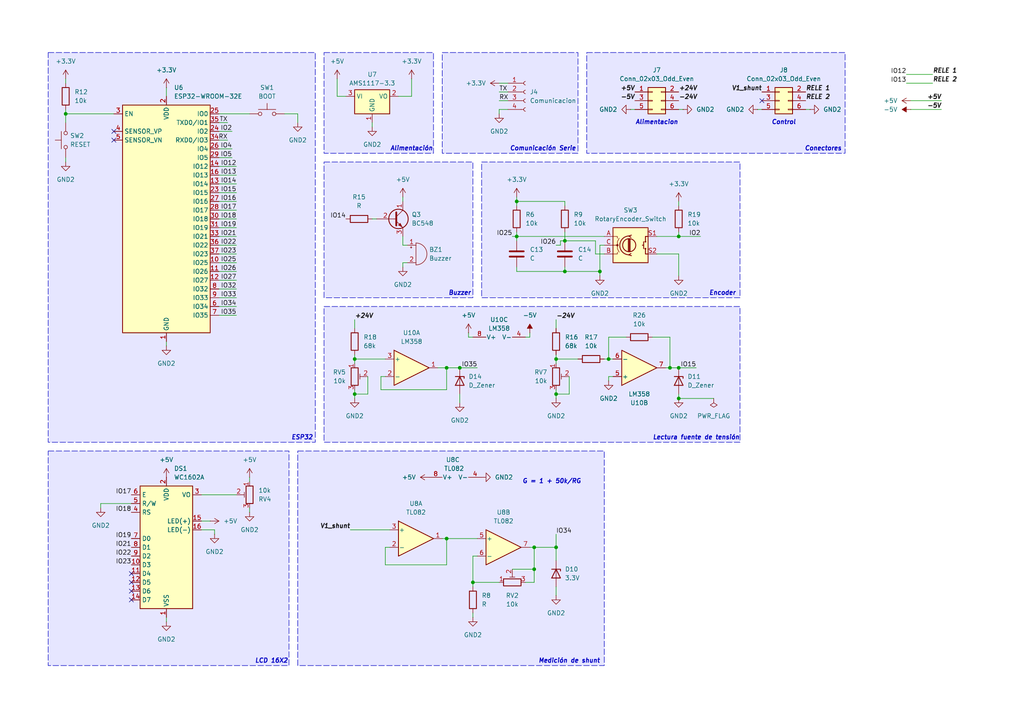
<source format=kicad_sch>
(kicad_sch (version 20231120) (generator "eeschema") (generator_version "8.0")
  (paper "A4")
  (title_block (title "Circuito de control") (date "2024-07-25") (rev "v1"))
  (lib_symbols
    (symbol "Amplifier_Operational:LM358" (pin_names (offset 0.127))
      (property "Reference" "U" (at 0 5.08 0))
      (property "Value" "LM358" (at 0 -5.08 0))
      (symbol "LM358_1_1"
        (pin output line (at 7.62 0 180) (length 2.54) (name "~") (number "1"))
        (pin input line (at -7.62 -2.54 0) (length 2.54) (name "-") (number "2"))
        (pin input line (at -7.62 2.54 0) (length 2.54) (name "+") (number "3"))
      )
      (symbol "LM358_2_1"
        (pin input line (at -7.62 2.54 0) (length 2.54) (name "+") (number "5"))
        (pin input line (at -7.62 -2.54 0) (length 2.54) (name "-") (number "6"))
        (pin output line (at 7.62 0 180) (length 2.54) (name "~") (number "7"))
      )
      (symbol "LM358_3_1"
        (pin power_in line (at -2.54 -7.62 90) (length 3.81) (name "V-") (number "4"))
        (pin power_in line (at -2.54 7.62 270) (length 3.81) (name "V+") (number "8"))
      )
    )
    (symbol "Amplifier_Operational:TL082" (pin_names (offset 0.127))
      (property "Reference" "U" (at 0 5.08 0))
      (property "Value" "TL082" (at 0 -5.08 0))
      (symbol "TL082_1_1"
        (pin output line (at 7.62 0 180) (length 2.54) (name "~") (number "1"))
        (pin input line (at -7.62 -2.54 0) (length 2.54) (name "-") (number "2"))
        (pin input line (at -7.62 2.54 0) (length 2.54) (name "+") (number "3"))
      )
      (symbol "TL082_2_1"
        (pin input line (at -7.62 2.54 0) (length 2.54) (name "+") (number "5"))
        (pin input line (at -7.62 -2.54 0) (length 2.54) (name "-") (number "6"))
        (pin output line (at 7.62 0 180) (length 2.54) (name "~") (number "7"))
      )
      (symbol "TL082_3_1"
        (pin power_in line (at -2.54 -7.62 90) (length 3.81) (name "V-") (number "4"))
        (pin power_in line (at -2.54 7.62 270) (length 3.81) (name "V+") (number "8"))
      )
    )
    (symbol "Connector:Conn_01x04_Socket" (pin_names (offset 1.016) hide)
      (property "Reference" "J" (at 0 5.08 0))
      (property "Value" "Conn_01x04_Socket" (at 0 -7.62 0))
      (symbol "Conn_01x04_Socket_1_1"
        (pin passive line (at -5.08 2.54 0) (length 3.81) (name "Pin_1") (number "1"))
        (pin passive line (at -5.08 0 0) (length 3.81) (name "Pin_2") (number "2"))
        (pin passive line (at -5.08 -2.54 0) (length 3.81) (name "Pin_3") (number "3"))
        (pin passive line (at -5.08 -5.08 0) (length 3.81) (name "Pin_4") (number "4"))
      )
    )
    (symbol "Connector_Generic:Conn_02x03_Odd_Even" (pin_names (offset 1.016) hide)
      (property "Reference" "J" (at 1.27 5.08 0))
      (property "Value" "Conn_02x03_Odd_Even" (at 1.27 -5.08 0))
      (symbol "Conn_02x03_Odd_Even_1_1"
        (pin passive line (at -5.08 2.54 0) (length 3.81) (name "Pin_1") (number "1"))
        (pin passive line (at 7.62 2.54 180) (length 3.81) (name "Pin_2") (number "2"))
        (pin passive line (at -5.08 0 0) (length 3.81) (name "Pin_3") (number "3"))
        (pin passive line (at 7.62 0 180) (length 3.81) (name "Pin_4") (number "4"))
        (pin passive line (at -5.08 -2.54 0) (length 3.81) (name "Pin_5") (number "5"))
        (pin passive line (at 7.62 -2.54 180) (length 3.81) (name "Pin_6") (number "6"))
      )
    )
    (symbol "Device:Buzzer" (pin_names (offset 0.0254) hide)
      (property "Reference" "BZ" (at 3.81 1.27 0))
      (property "Value" "Buzzer" (at 3.81 -1.27 0))
      (symbol "Buzzer_1_1"
        (pin passive line (at -2.54 2.54 0) (length 2.54) (name "+") (number "1"))
        (pin passive line (at -2.54 -2.54 0) (length 2.54) (name "-") (number "2"))
      )
    )
    (symbol "Device:C" (pin_numbers hide) (pin_names (offset 0.254))
      (property "Reference" "C" (at 0.635 2.54 0))
      (property "Value" "C" (at 0.635 -2.54 0))
      (symbol "C_1_1"
        (pin passive line (at 0 3.81 270) (length 2.794) (name "~") (number "1"))
        (pin passive line (at 0 -3.81 90) (length 2.794) (name "~") (number "2"))
      )
    )
    (symbol "Device:D_Zener" (pin_numbers hide) (pin_names (offset 1.016) hide)
      (property "Reference" "D" (at 0 2.54 0))
      (property "Value" "D_Zener" (at 0 -2.54 0))
      (symbol "D_Zener_1_1"
        (pin passive line (at -3.81 0 0) (length 2.54) (name "K") (number "1"))
        (pin passive line (at 3.81 0 180) (length 2.54) (name "A") (number "2"))
      )
    )
    (symbol "Device:R" (pin_numbers hide) (pin_names (offset 0))
      (property "Reference" "R" (at 2.032 0 90))
      (property "Value" "R" (at 0 0 90))
      (symbol "R_1_1"
        (pin passive line (at 0 3.81 270) (length 1.27) (name "~") (number "1"))
        (pin passive line (at 0 -3.81 90) (length 1.27) (name "~") (number "2"))
      )
    )
    (symbol "Device:R_Potentiometer_Trim" (pin_names (offset 1.016) hide)
      (property "Reference" "RV" (at -4.445 0 90))
      (property "Value" "R_Potentiometer_Trim" (at -2.54 0 90))
      (symbol "R_Potentiometer_Trim_1_1"
        (pin passive line (at 0 3.81 270) (length 1.27) (name "1") (number "1"))
        (pin passive line (at 3.81 0 180) (length 1.27) (name "2") (number "2"))
        (pin passive line (at 0 -3.81 90) (length 1.27) (name "3") (number "3"))
      )
    )
    (symbol "Device:RotaryEncoder_Switch" (pin_names (offset 0.254) hide)
      (property "Reference" "SW" (at 0 6.604 0))
      (property "Value" "RotaryEncoder_Switch" (at 0 -6.604 0))
      (symbol "RotaryEncoder_Switch_1_1"
        (pin passive line (at -7.62 2.54 0) (length 2.54) (name "A") (number "A"))
        (pin passive line (at -7.62 -2.54 0) (length 2.54) (name "B") (number "B"))
        (pin passive line (at -7.62 0 0) (length 2.54) (name "C") (number "C"))
        (pin passive line (at 7.62 2.54 180) (length 2.54) (name "S1") (number "S1"))
        (pin passive line (at 7.62 -2.54 180) (length 2.54) (name "S2") (number "S2"))
      )
    )
    (symbol "Display_Character:WC1602A"
      (property "Reference" "DS" (at -5.842 19.05 0))
      (property "Value" "WC1602A" (at 5.334 19.05 0))
      (symbol "WC1602A_1_1"
        (pin power_in line (at 0 -20.32 90) (length 2.54) (name "VSS") (number "1"))
        (pin input line (at -10.16 -5.08 0) (length 2.54) (name "D3") (number "10"))
        (pin input line (at -10.16 -7.62 0) (length 2.54) (name "D4") (number "11"))
        (pin input line (at -10.16 -10.16 0) (length 2.54) (name "D5") (number "12"))
        (pin input line (at -10.16 -12.7 0) (length 2.54) (name "D6") (number "13"))
        (pin input line (at -10.16 -15.24 0) (length 2.54) (name "D7") (number "14"))
        (pin power_in line (at 10.16 7.62 180) (length 2.54) (name "LED(+)") (number "15"))
        (pin power_in line (at 10.16 5.08 180) (length 2.54) (name "LED(-)") (number "16"))
        (pin power_in line (at 0 20.32 270) (length 2.54) (name "VDD") (number "2"))
        (pin input line (at 10.16 15.24 180) (length 2.54) (name "VO") (number "3"))
        (pin input line (at -10.16 10.16 0) (length 2.54) (name "RS") (number "4"))
        (pin input line (at -10.16 12.7 0) (length 2.54) (name "R/W") (number "5"))
        (pin input line (at -10.16 15.24 0) (length 2.54) (name "E") (number "6"))
        (pin input line (at -10.16 2.54 0) (length 2.54) (name "D0") (number "7"))
        (pin input line (at -10.16 0 0) (length 2.54) (name "D1") (number "8"))
        (pin input line (at -10.16 -2.54 0) (length 2.54) (name "D2") (number "9"))
      )
    )
    (symbol "RF_Module:ESP32-WROOM-32E"
      (property "Reference" "U" (at -12.7 34.29 0))
      (property "Value" "ESP32-WROOM-32E" (at 1.27 34.29 0))
      (symbol "ESP32-WROOM-32E_1_1"
        (pin power_in line (at 0 -35.56 90) (length 2.54) (name "GND") (number "1"))
        (pin bidirectional line (at 15.24 -12.7 180) (length 2.54) (name "IO25") (number "10"))
        (pin bidirectional line (at 15.24 -15.24 180) (length 2.54) (name "IO26") (number "11"))
        (pin bidirectional line (at 15.24 -17.78 180) (length 2.54) (name "IO27") (number "12"))
        (pin bidirectional line (at 15.24 10.16 180) (length 2.54) (name "IO14") (number "13"))
        (pin bidirectional line (at 15.24 15.24 180) (length 2.54) (name "IO12") (number "14"))
        (pin passive line (at 0 -35.56 90) (length 2.54) hide (name "GND") (number "15"))
        (pin bidirectional line (at 15.24 12.7 180) (length 2.54) (name "IO13") (number "16"))
        (pin no_connect line (at -12.7 -5.08 0) (length 2.54) hide (name "NC") (number "17"))
        (pin no_connect line (at -12.7 -7.62 0) (length 2.54) hide (name "NC") (number "18"))
        (pin no_connect line (at -12.7 -12.7 0) (length 2.54) hide (name "NC") (number "19"))
        (pin power_in line (at 0 35.56 270) (length 2.54) (name "VDD") (number "2"))
        (pin no_connect line (at -12.7 -10.16 0) (length 2.54) hide (name "NC") (number "20"))
        (pin no_connect line (at -12.7 0 0) (length 2.54) hide (name "NC") (number "21"))
        (pin no_connect line (at -12.7 -2.54 0) (length 2.54) hide (name "NC") (number "22"))
        (pin bidirectional line (at 15.24 7.62 180) (length 2.54) (name "IO15") (number "23"))
        (pin bidirectional line (at 15.24 25.4 180) (length 2.54) (name "IO2") (number "24"))
        (pin bidirectional line (at 15.24 30.48 180) (length 2.54) (name "IO0") (number "25"))
        (pin bidirectional line (at 15.24 20.32 180) (length 2.54) (name "IO4") (number "26"))
        (pin bidirectional line (at 15.24 5.08 180) (length 2.54) (name "IO16") (number "27"))
        (pin bidirectional line (at 15.24 2.54 180) (length 2.54) (name "IO17") (number "28"))
        (pin bidirectional line (at 15.24 17.78 180) (length 2.54) (name "IO5") (number "29"))
        (pin input line (at -15.24 30.48 0) (length 2.54) (name "EN") (number "3"))
        (pin bidirectional line (at 15.24 0 180) (length 2.54) (name "IO18") (number "30"))
        (pin bidirectional line (at 15.24 -2.54 180) (length 2.54) (name "IO19") (number "31"))
        (pin no_connect line (at -12.7 -27.94 0) (length 2.54) hide (name "NC") (number "32"))
        (pin bidirectional line (at 15.24 -5.08 180) (length 2.54) (name "IO21") (number "33"))
        (pin bidirectional line (at 15.24 22.86 180) (length 2.54) (name "RXD0/IO3") (number "34"))
        (pin bidirectional line (at 15.24 27.94 180) (length 2.54) (name "TXD0/IO1") (number "35"))
        (pin bidirectional line (at 15.24 -7.62 180) (length 2.54) (name "IO22") (number "36"))
        (pin bidirectional line (at 15.24 -10.16 180) (length 2.54) (name "IO23") (number "37"))
        (pin passive line (at 0 -35.56 90) (length 2.54) hide (name "GND") (number "38"))
        (pin passive line (at 0 -35.56 90) (length 2.54) hide (name "GND") (number "39"))
        (pin input line (at -15.24 25.4 0) (length 2.54) (name "SENSOR_VP") (number "4"))
        (pin input line (at -15.24 22.86 0) (length 2.54) (name "SENSOR_VN") (number "5"))
        (pin input line (at 15.24 -25.4 180) (length 2.54) (name "IO34") (number "6"))
        (pin input line (at 15.24 -27.94 180) (length 2.54) (name "IO35") (number "7"))
        (pin bidirectional line (at 15.24 -20.32 180) (length 2.54) (name "IO32") (number "8"))
        (pin bidirectional line (at 15.24 -22.86 180) (length 2.54) (name "IO33") (number "9"))
      )
    )
    (symbol "Regulator_Linear:AMS1117-3.3"
      (property "Reference" "U" (at -3.81 3.175 0))
      (property "Value" "AMS1117-3.3" (at 0 3.175 0))
      (symbol "AMS1117-3.3_1_1"
        (pin power_in line (at 0 -7.62 90) (length 2.54) (name "GND") (number "1"))
        (pin power_out line (at 7.62 0 180) (length 2.54) (name "VO") (number "2"))
        (pin power_in line (at -7.62 0 0) (length 2.54) (name "VI") (number "3"))
      )
    )
    (symbol "Switch:SW_Push" (pin_numbers hide) (pin_names (offset 1.016) hide)
      (property "Reference" "SW" (at 1.27 2.54 0))
      (property "Value" "SW_Push" (at 0 -1.524 0))
      (symbol "SW_Push_0_1"
        (pin passive line (at -5.08 0 0) (length 2.54) (name "1") (number "1"))
        (pin passive line (at 5.08 0 180) (length 2.54) (name "2") (number "2"))
      )
    )
    (symbol "Transistor_BJT:BC548" (pin_names (offset 0) hide)
      (property "Reference" "Q" (at 5.08 1.905 0))
      (property "Value" "BC548" (at 5.08 0 0))
      (symbol "BC548_1_1"
        (pin passive line (at 2.54 5.08 270) (length 2.54) (name "C") (number "1"))
        (pin input line (at -5.08 0 0) (length 5.08) (name "B") (number "2"))
        (pin passive line (at 2.54 -5.08 90) (length 2.54) (name "E") (number "3"))
      )
    )
    (symbol "power:+3.3V" (power) (pin_numbers hide) (pin_names (offset 0) hide)
      (property "Value" "+3.3V" (at 0 3.556 0))
      (symbol "+3.3V_1_1"
        (pin power_in line (at 0 0 90) (length 0) (name "~") (number "1"))
      )
    )
    (symbol "power:+5V" (power) (pin_numbers hide) (pin_names (offset 0) hide)
      (property "Value" "+5V" (at 0 3.556 0))
      (symbol "+5V_1_1"
        (pin power_in line (at 0 0 90) (length 0) (name "~") (number "1"))
      )
    )
    (symbol "power:-5V" (power) (pin_numbers hide) (pin_names (offset 0) hide)
      (property "Value" "-5V" (at 0 3.556 0))
      (symbol "-5V_0_0"
        (pin power_in line (at 0 0 90) (length 0) (name "~") (number "1"))
      )
    )
    (symbol "power:GND2" (power) (pin_numbers hide) (pin_names (offset 0) hide)
      (property "Value" "GND2" (at 0 -3.81 0))
      (symbol "GND2_1_1"
        (pin power_in line (at 0 0 270) (length 0) (name "~") (number "1"))
      )
    )
    (symbol "power:PWR_FLAG" (power) (pin_numbers hide) (pin_names (offset 0) hide)
      (property "Value" "PWR_FLAG" (at 0 3.81 0))
      (symbol "PWR_FLAG_0_0"
        (pin power_out line (at 0 0 90) (length 0) (name "~") (number "1"))
      )
    )
  )
  (junction (at 102.87 114.3))
  (junction (at 196.85 68.58))
  (junction (at 161.29 114.3))
  (junction (at 161.29 158.75))
  (junction (at 154.94 165.1))
  (junction (at 19.05 33.02))
  (junction (at 196.85 106.68))
  (junction (at 154.94 158.75))
  (junction (at 161.29 104.14))
  (junction (at 194.31 106.68))
  (junction (at 133.35 106.68))
  (junction (at 196.85 115.57))
  (junction (at 163.83 78.74))
  (junction (at 173.99 78.74))
  (junction (at 129.54 156.21))
  (junction (at 137.16 168.91))
  (junction (at 176.53 104.14))
  (junction (at 163.83 69.85))
  (junction (at 149.86 68.58))
  (junction (at 102.87 104.14))
  (junction (at 129.54 106.68))
  (junction (at 149.86 58.42))
  (no_connect (at 220.98 29.21))
  (no_connect (at 38.1 168.91))
  (no_connect (at 33.02 40.64))
  (no_connect (at 33.02 38.1))
  (no_connect (at 38.1 166.37))
  (no_connect (at 38.1 171.45))
  (no_connect (at 38.1 173.99))
  (wire (pts (xy 137.16 168.91) (xy 137.16 161.29)))
  (wire (pts (xy 62.23 154.94) (xy 62.23 153.67)))
  (wire (pts (xy 190.5 68.58) (xy 196.85 68.58)))
  (wire (pts (xy 110.49 109.22) (xy 111.76 109.22)))
  (wire (pts (xy 63.5 86.36) (xy 68.58 86.36)))
  (wire (pts (xy 106.68 109.22) (xy 106.68 114.3)))
  (wire (pts (xy 19.05 22.86) (xy 19.05 24.13)))
  (wire (pts (xy 135.89 97.79) (xy 137.16 97.79)))
  (wire (pts (xy 161.29 102.87) (xy 161.29 104.14)))
  (wire (pts (xy 58.42 143.51) (xy 68.58 143.51)))
  (wire (pts (xy 194.31 106.68) (xy 196.85 106.68)))
  (wire (pts (xy 48.26 99.06) (xy 48.26 100.33)))
  (wire (pts (xy 196.85 31.75) (xy 198.12 31.75)))
  (wire (pts (xy 19.05 33.02) (xy 33.02 33.02)))
  (wire (pts (xy 163.83 77.47) (xy 163.83 78.74)))
  (wire (pts (xy 63.5 63.5) (xy 68.58 63.5)))
  (wire (pts (xy 29.21 147.32) (xy 29.21 146.05)))
  (wire (pts (xy 163.83 59.69) (xy 163.83 58.42)))
  (wire (pts (xy 110.49 113.03) (xy 129.54 113.03)))
  (wire (pts (xy 172.72 73.66) (xy 172.72 69.85)))
  (wire (pts (xy 144.78 24.13) (xy 147.32 24.13)))
  (wire (pts (xy 63.5 76.2) (xy 68.58 76.2)))
  (wire (pts (xy 63.5 50.8) (xy 68.58 50.8)))
  (wire (pts (xy 102.87 102.87) (xy 102.87 104.14)))
  (wire (pts (xy 196.85 58.42) (xy 196.85 59.69)))
  (wire (pts (xy 102.87 114.3) (xy 106.68 114.3)))
  (wire (pts (xy 264.16 31.75) (xy 273.05 31.75)))
  (wire (pts (xy 135.89 96.52) (xy 135.89 97.79)))
  (wire (pts (xy 175.26 73.66) (xy 172.72 73.66)))
  (wire (pts (xy 144.78 33.02) (xy 144.78 31.75)))
  (wire (pts (xy 107.95 63.5) (xy 109.22 63.5)))
  (wire (pts (xy 144.78 29.21) (xy 147.32 29.21)))
  (wire (pts (xy 63.5 83.82) (xy 68.58 83.82)))
  (wire (pts (xy 111.76 163.83) (xy 129.54 163.83)))
  (wire (pts (xy 63.5 35.56) (xy 66.04 35.56)))
  (wire (pts (xy 102.87 104.14) (xy 111.76 104.14)))
  (wire (pts (xy 116.84 71.12) (xy 118.11 71.12)))
  (wire (pts (xy 48.26 25.4) (xy 48.26 27.94)))
  (wire (pts (xy 58.42 151.13) (xy 60.96 151.13)))
  (wire (pts (xy 72.39 147.32) (xy 72.39 148.59)))
  (wire (pts (xy 149.86 68.58) (xy 149.86 69.85)))
  (wire (pts (xy 161.29 154.94) (xy 161.29 158.75)))
  (wire (pts (xy 129.54 106.68) (xy 133.35 106.68)))
  (wire (pts (xy 149.86 58.42) (xy 163.83 58.42)))
  (wire (pts (xy 129.54 156.21) (xy 138.43 156.21)))
  (wire (pts (xy 107.95 35.56) (xy 107.95 36.83)))
  (wire (pts (xy 63.5 48.26) (xy 68.58 48.26)))
  (wire (pts (xy 19.05 31.75) (xy 19.05 33.02)))
  (wire (pts (xy 175.26 104.14) (xy 176.53 104.14)))
  (wire (pts (xy 161.29 170.18) (xy 161.29 172.72)))
  (wire (pts (xy 118.11 76.2) (xy 116.84 76.2)))
  (wire (pts (xy 262.89 21.59) (xy 270.51 21.59)))
  (wire (pts (xy 161.29 162.56) (xy 161.29 158.75)))
  (wire (pts (xy 176.53 97.79) (xy 176.53 104.14)))
  (wire (pts (xy 63.5 66.04) (xy 68.58 66.04)))
  (wire (pts (xy 154.94 158.75) (xy 161.29 158.75)))
  (wire (pts (xy 102.87 113.03) (xy 102.87 114.3)))
  (wire (pts (xy 196.85 114.3) (xy 196.85 115.57)))
  (wire (pts (xy 196.85 73.66) (xy 196.85 80.01)))
  (wire (pts (xy 116.84 76.2) (xy 116.84 77.47)))
  (wire (pts (xy 161.29 113.03) (xy 161.29 114.3)))
  (wire (pts (xy 63.5 91.44) (xy 68.58 91.44)))
  (wire (pts (xy 148.59 68.58) (xy 149.86 68.58)))
  (wire (pts (xy 63.5 81.28) (xy 68.58 81.28)))
  (wire (pts (xy 154.94 158.75) (xy 154.94 165.1)))
  (wire (pts (xy 219.71 31.75) (xy 220.98 31.75)))
  (wire (pts (xy 63.5 73.66) (xy 68.58 73.66)))
  (wire (pts (xy 137.16 161.29) (xy 138.43 161.29)))
  (wire (pts (xy 97.79 22.86) (xy 97.79 27.94)))
  (wire (pts (xy 189.23 97.79) (xy 194.31 97.79)))
  (wire (pts (xy 129.54 163.83) (xy 129.54 156.21)))
  (wire (pts (xy 116.84 68.58) (xy 116.84 71.12)))
  (wire (pts (xy 119.38 27.94) (xy 115.57 27.94)))
  (wire (pts (xy 190.5 73.66) (xy 196.85 73.66)))
  (wire (pts (xy 181.61 97.79) (xy 176.53 97.79)))
  (wire (pts (xy 182.88 31.75) (xy 184.15 31.75)))
  (wire (pts (xy 63.5 43.18) (xy 67.31 43.18)))
  (wire (pts (xy 111.76 158.75) (xy 111.76 163.83)))
  (wire (pts (xy 153.67 97.79) (xy 152.4 97.79)))
  (wire (pts (xy 63.5 58.42) (xy 68.58 58.42)))
  (wire (pts (xy 62.23 153.67) (xy 58.42 153.67)))
  (wire (pts (xy 133.35 114.3) (xy 133.35 116.84)))
  (wire (pts (xy 82.55 33.02) (xy 86.36 33.02)))
  (wire (pts (xy 63.5 60.96) (xy 68.58 60.96)))
  (wire (pts (xy 97.79 27.94) (xy 100.33 27.94)))
  (wire (pts (xy 153.67 158.75) (xy 154.94 158.75)))
  (wire (pts (xy 101.6 153.67) (xy 113.03 153.67)))
  (wire (pts (xy 86.36 35.56) (xy 86.36 33.02)))
  (wire (pts (xy 144.78 31.75) (xy 147.32 31.75)))
  (wire (pts (xy 176.53 104.14) (xy 177.8 104.14)))
  (wire (pts (xy 262.89 24.13) (xy 270.51 24.13)))
  (wire (pts (xy 194.31 106.68) (xy 193.04 106.68)))
  (wire (pts (xy 165.1 114.3) (xy 165.1 109.22)))
  (wire (pts (xy 161.29 114.3) (xy 161.29 115.57)))
  (wire (pts (xy 194.31 97.79) (xy 194.31 106.68)))
  (wire (pts (xy 153.67 96.52) (xy 153.67 97.79)))
  (wire (pts (xy 129.54 113.03) (xy 129.54 106.68)))
  (wire (pts (xy 173.99 71.12) (xy 173.99 78.74)))
  (wire (pts (xy 19.05 33.02) (xy 19.05 35.56)))
  (wire (pts (xy 137.16 170.18) (xy 137.16 168.91)))
  (wire (pts (xy 163.83 78.74) (xy 173.99 78.74)))
  (wire (pts (xy 113.03 158.75) (xy 111.76 158.75)))
  (wire (pts (xy 149.86 67.31) (xy 149.86 68.58)))
  (wire (pts (xy 162.56 69.85) (xy 163.83 69.85)))
  (wire (pts (xy 196.85 115.57) (xy 207.01 115.57)))
  (wire (pts (xy 264.16 29.21) (xy 273.05 29.21)))
  (wire (pts (xy 154.94 165.1) (xy 154.94 168.91)))
  (wire (pts (xy 196.85 106.68) (xy 201.93 106.68)))
  (wire (pts (xy 63.5 33.02) (xy 72.39 33.02)))
  (wire (pts (xy 119.38 22.86) (xy 119.38 27.94)))
  (wire (pts (xy 154.94 168.91) (xy 152.4 168.91)))
  (wire (pts (xy 63.5 88.9) (xy 68.58 88.9)))
  (wire (pts (xy 63.5 68.58) (xy 68.58 68.58)))
  (wire (pts (xy 63.5 45.72) (xy 67.31 45.72)))
  (wire (pts (xy 102.87 114.3) (xy 102.87 115.57)))
  (wire (pts (xy 161.29 114.3) (xy 165.1 114.3)))
  (wire (pts (xy 29.21 146.05) (xy 38.1 146.05)))
  (wire (pts (xy 233.68 31.75) (xy 234.95 31.75)))
  (wire (pts (xy 149.86 58.42) (xy 149.86 59.69)))
  (wire (pts (xy 110.49 109.22) (xy 110.49 113.03)))
  (wire (pts (xy 127 106.68) (xy 129.54 106.68)))
  (wire (pts (xy 63.5 38.1) (xy 67.31 38.1)))
  (wire (pts (xy 148.59 165.1) (xy 154.94 165.1)))
  (wire (pts (xy 172.72 69.85) (xy 163.83 69.85)))
  (wire (pts (xy 137.16 177.8) (xy 137.16 179.07)))
  (wire (pts (xy 63.5 53.34) (xy 68.58 53.34)))
  (wire (pts (xy 116.84 57.15) (xy 116.84 58.42)))
  (wire (pts (xy 72.39 138.43) (xy 72.39 139.7)))
  (wire (pts (xy 63.5 78.74) (xy 68.58 78.74)))
  (wire (pts (xy 63.5 55.88) (xy 68.58 55.88)))
  (wire (pts (xy 176.53 109.22) (xy 177.8 109.22)))
  (wire (pts (xy 144.78 26.67) (xy 147.32 26.67)))
  (wire (pts (xy 149.86 77.47) (xy 149.86 78.74)))
  (wire (pts (xy 149.86 68.58) (xy 175.26 68.58)))
  (wire (pts (xy 163.83 67.31) (xy 163.83 69.85)))
  (wire (pts (xy 19.05 45.72) (xy 19.05 46.99)))
  (wire (pts (xy 48.26 179.07) (xy 48.26 180.34)))
  (wire (pts (xy 63.5 71.12) (xy 68.58 71.12)))
  (wire (pts (xy 149.86 78.74) (xy 163.83 78.74)))
  (wire (pts (xy 173.99 71.12) (xy 175.26 71.12)))
  (wire (pts (xy 173.99 78.74) (xy 173.99 80.01)))
  (wire (pts (xy 102.87 92.71) (xy 102.87 95.25)))
  (wire (pts (xy 102.87 104.14) (xy 102.87 105.41)))
  (wire (pts (xy 196.85 68.58) (xy 203.2 68.58)))
  (wire (pts (xy 162.56 71.12) (xy 162.56 69.85)))
  (wire (pts (xy 161.29 104.14) (xy 161.29 105.41)))
  (wire (pts (xy 176.53 110.49) (xy 176.53 109.22)))
  (wire (pts (xy 196.85 68.58) (xy 196.85 67.31)))
  (wire (pts (xy 149.86 57.15) (xy 149.86 58.42)))
  (wire (pts (xy 63.5 40.64) (xy 66.04 40.64)))
  (wire (pts (xy 161.29 71.12) (xy 162.56 71.12)))
  (wire (pts (xy 137.16 168.91) (xy 144.78 168.91)))
  (wire (pts (xy 161.29 92.71) (xy 161.29 95.25)))
  (wire (pts (xy 133.35 106.68) (xy 138.43 106.68)))
  (wire (pts (xy 129.54 156.21) (xy 128.27 156.21)))
  (wire (pts (xy 161.29 104.14) (xy 167.64 104.14)))
  (rectangle (start 13.97 130.81) (end 83.82 193.04) (stroke (width 0) (type dash)) (fill (type color) (color 0 0 255 0.1)))
  (rectangle (start 13.97 15.24) (end 91.44 128.27) (stroke (width 0) (type dash)) (fill (type color) (color 0 0 255 0.1)))
  (rectangle (start 93.98 88.9) (end 214.63 128.27) (stroke (width 0) (type dash)) (fill (type color) (color 0 0 255 0.1)))
  (rectangle (start 93.98 46.99) (end 137.16 86.36) (stroke (width 0) (type dash)) (fill (type color) (color 0 0 255 0.1)))
  (rectangle (start 139.7 46.99) (end 214.63 86.36) (stroke (width 0) (type dash)) (fill (type color) (color 0 0 255 0.1)))
  (rectangle (start 93.98 15.24) (end 125.73 44.45) (stroke (width 0) (type dash)) (fill (type color) (color 0 0 255 0.1)))
  (rectangle (start 170.18 15.24) (end 245.11 44.45) (stroke (width 0) (type dash)) (fill (type color) (color 0 0 255 0.1)))
  (rectangle (start 128.27 15.24) (end 167.64 44.45) (stroke (width 0) (type dash)) (fill (type color) (color 0 0 255 0.1)))
  (rectangle (start 86.36 130.81) (end 175.26 193.04) (stroke (width 0) (type dash)) (fill (type color) (color 0 0 255 0.1)))
  (text "Encoder" (at 209.55 85.09 0) (effects (font (size 1.27 1.27) (bold yes) (italic yes))))
  (text "Alimentación" (at 119.38 43.18 0) (effects (font (size 1.27 1.27) (bold yes) (italic yes))))
  (text "G = 1 + 50k/RG" (at 160.02 139.7 0) (effects (font (size 1.27 1.27) (bold yes) (italic yes))))
  (text "LCD 16X2" (at 78.74 191.77 0) (effects (font (size 1.27 1.27) (bold yes) (italic yes))))
  (text "Medición de shunt" (at 165.1 191.77 0) (effects (font (size 1.27 1.27) (bold yes) (italic yes))))
  (text "Lectura fuente de tensión" (at 201.93 127 0) (effects (font (size 1.27 1.27) (thickness 0.254) (bold yes) (italic yes))))
  (text "Control" (at 227.33 35.56 0) (effects (font (size 1.27 1.27) (bold yes) (italic yes))))
  (text "Alimentacion" (at 190.5 35.56 0) (effects (font (size 1.27 1.27) (bold yes) (italic yes))))
  (text "Buzzer" (at 133.35 85.09 0) (effects (font (size 1.27 1.27) (thickness 0.254) (bold yes) (italic yes))))
  (text "ESP32" (at 87.63 127 0) (effects (font (size 1.27 1.27) (bold yes) (italic yes))))
  (text "Conectores" (at 238.76 43.18 0) (effects (font (size 1.27 1.27) (bold yes) (italic yes))))
  (text "Comunicación Serie" (at 157.48 43.18 0) (effects (font (size 1.27 1.27) (thickness 0.254) (bold yes) (italic yes))))
  (label "IO14" (at 68.58 53.34 180))
  (label "IO12" (at 262.89 21.59 180))
  (label "IO14" (at 100.33 63.5 180))
  (label "IO19" (at 68.58 66.04 180))
  (label "IO26" (at 68.58 78.74 180))
  (label "+24V" (at 196.85 26.67 0) (effects (font (bold yes) (italic yes))))
  (label "IO18" (at 38.1 148.59 180))
  (label "TX" (at 66.04 35.56 180))
  (label "V1_shunt" (at 220.98 26.67 180) (effects (font (bold yes) (italic yes))))
  (label "IO15" (at 201.93 106.68 180))
  (label "RELE 1" (at 233.68 26.67 0) (effects (font (bold yes) (italic yes))))
  (label "IO21" (at 68.58 68.58 180))
  (label "IO15" (at 68.58 55.88 180))
  (label "V1_shunt" (at 101.6 153.67 180) (effects (font (bold yes) (italic yes))))
  (label "RX" (at 144.78 29.21 0))
  (label "+24V" (at 102.87 92.71 0) (effects (font (bold yes) (italic yes))))
  (label "IO22" (at 68.58 71.12 180))
  (label "IO13" (at 262.89 24.13 180))
  (label "RELE 2" (at 270.51 24.13 0) (effects (font (bold yes) (italic yes))))
  (label "-5V" (at 273.05 31.75 180) (effects (font (bold yes) (italic yes))))
  (label "IO5" (at 67.31 45.72 180))
  (label "IO25" (at 148.59 68.58 180))
  (label "IO27" (at 68.58 81.28 180))
  (label "IO25" (at 68.58 76.2 180))
  (label "IO35" (at 68.58 91.44 180))
  (label "IO12" (at 68.58 48.26 180))
  (label "IO4" (at 67.31 43.18 180))
  (label "IO2" (at 67.31 38.1 180))
  (label "IO34" (at 68.58 88.9 180))
  (label "IO26" (at 161.29 71.12 180))
  (label "RELE 2" (at 233.68 29.21 0) (effects (font (bold yes) (italic yes))))
  (label "TX" (at 144.78 26.67 0))
  (label "-24V" (at 161.29 92.71 0) (effects (font (bold yes) (italic yes))))
  (label "IO22" (at 38.1 161.29 180))
  (label "IO2" (at 203.2 68.58 180))
  (label "RELE 1" (at 270.51 21.59 0) (effects (font (bold yes) (italic yes))))
  (label "IO34" (at 161.29 154.94 0))
  (label "RX" (at 66.04 40.64 180))
  (label "IO13" (at 68.58 50.8 180))
  (label "IO23" (at 68.58 73.66 180))
  (label "IO17" (at 68.58 60.96 180))
  (label "-24V" (at 196.85 29.21 0) (effects (font (bold yes) (italic yes))))
  (label "IO16" (at 68.58 58.42 180))
  (label "IO35" (at 138.43 106.68 180))
  (label "IO21" (at 38.1 158.75 180))
  (label "IO33" (at 68.58 86.36 180))
  (label "-5V" (at 184.15 29.21 180) (effects (font (bold yes) (italic yes))))
  (label "IO32" (at 68.58 83.82 180))
  (label "IO19" (at 38.1 156.21 180))
  (label "IO17" (at 38.1 143.51 180))
  (label "IO23" (at 38.1 163.83 180))
  (label "+5V" (at 184.15 26.67 180) (effects (font (bold yes) (italic yes))))
  (label "+5V" (at 273.05 29.21 180) (effects (font (bold yes) (italic yes))))
  (label "IO18" (at 68.58 63.5 180))
  (symbol (lib_id "power:GND2") (at 48.26 100.33 0) (unit 1)
    (property "Reference" "#PWR066" (effects (hide yes)))
    (property "Value" "GND2" (at 48.26 105.41 0))
    (property "Description" "Power symbol creates a global label with name \"GND2\" , ground" (effects (hide yes)))
  )
  (symbol (lib_id "power:GND2") (at 161.29 172.72 0) (unit 1)
    (property "Reference" "#PWR055" (effects (hide yes)))
    (property "Value" "GND2" (at 161.29 177.8 0))
    (property "Description" "Power symbol creates a global label with name \"GND2\" , ground" (effects (hide yes)))
  )
  (symbol (lib_id "Device:C") (at 163.83 73.66 0) (unit 1)
    (property "Reference" "C14" (at 167.64 72.3899 0) (effects (justify left)))
    (property "Value" "C" (at 167.64 74.9299 0) (effects (justify left)))
    (property "Footprint" "Capacitor_THT:C_Disc_D5.0mm_W2.5mm_P2.50mm" (effects (hide yes)))
    (property "Description" "Unpolarized capacitor" (effects (hide yes)))
  )
  (symbol (lib_id "Amplifier_Operational:LM358") (at 185.42 106.68 0) (mirror x) (unit 2)
    (property "Reference" "U10" (at 185.42 116.84 0))
    (property "Value" "LM358" (at 185.42 114.3 0))
    (property "Footprint" "Package_DIP:DIP-8_W7.62mm_LongPads" (effects (hide yes)))
    (property "Datasheet" "http://www.ti.com/lit/ds/symlink/lm2904-n.pdf" (effects (hide yes)))
    (property "Description" "Low-Power, Dual Operational Amplifiers, DIP-8/SOIC-8/TO-99-8" (effects (hide yes)))
  )
  (symbol (lib_id "power:-5V") (at 153.67 96.52 0) (unit 1)
    (property "Reference" "#PWR049" (effects (hide yes)))
    (property "Value" "-5V" (at 153.67 91.44 0))
    (property "Description" "Power symbol creates a global label with name \"-5V\"" (effects (hide yes)))
  )
  (symbol (lib_id "power:+3.3V") (at 119.38 22.86 0) (unit 1)
    (property "Reference" "#PWR022" (effects (hide yes)))
    (property "Value" "+3.3V" (at 119.38 17.78 0))
    (property "Description" "Power symbol creates a global label with name \"+3.3V\"" (effects (hide yes)))
  )
  (symbol (lib_id "Device:R") (at 163.83 63.5 0) (unit 1)
    (property "Reference" "R9" (at 166.37 62.2299 0) (effects (justify left)))
    (property "Value" "10k" (at 166.37 64.7699 0) (effects (justify left)))
    (property "Footprint" "Resistor_THT:R_Axial_DIN0207_L6.3mm_D2.5mm_P10.16mm_Horizontal" (effects (hide yes)))
    (property "Description" "Resistor" (effects (hide yes)))
  )
  (symbol (lib_id "Device:R_Potentiometer_Trim") (at 102.87 109.22 0) (unit 1)
    (property "Reference" "RV5" (at 100.33 107.9499 0) (effects (justify right)))
    (property "Value" "10k" (at 100.33 110.4899 0) (effects (justify right)))
    (property "Footprint" "Potentiometer_THT:Potentiometer_Bourns_3296W_Vertical" (effects (hide yes)))
    (property "Description" "Trim-potentiometer" (effects (hide yes)))
  )
  (symbol (lib_id "RF_Module:ESP32-WROOM-32E") (at 48.26 63.5 0) (unit 1)
    (property "Reference" "U6" (at 50.4541 25.4 0) (effects (justify left)))
    (property "Value" "ESP32-WROOM-32E" (at 50.4541 27.94 0) (effects (justify left)))
    (property "Footprint" "RF_Module:ESP32-WROOM-32D" (effects (hide yes)))
    (property "Datasheet" "https://www.espressif.com/sites/default/files/documentation/esp32-wroom-32e_esp32-wroom-32ue_datasheet_en.pdf" (effects (hide yes)))
    (property "Description" "RF Module, ESP32-D0WD-V3 SoC, without PSRAM, Wi-Fi 802.11b/g/n, Bluetooth, BLE, 32-bit, 2.7-3.6V, onboard antenna, SMD" (effects (hide yes)))
  )
  (symbol (lib_id "power:+3.3V") (at 149.86 57.15 0) (unit 1)
    (property "Reference" "#PWR016" (effects (hide yes)))
    (property "Value" "+3.3V" (at 149.86 52.07 0))
    (property "Description" "Power symbol creates a global label with name \"+3.3V\"" (effects (hide yes)))
  )
  (symbol (lib_id "power:GND2") (at 116.84 77.47 0) (unit 1)
    (property "Reference" "#PWR043" (effects (hide yes)))
    (property "Value" "GND2" (at 116.84 82.55 0))
    (property "Description" "Power symbol creates a global label with name \"GND2\" , ground" (effects (hide yes)))
  )
  (symbol (lib_id "power:GND2") (at 182.88 31.75 270) (unit 1)
    (property "Reference" "#PWR029" (effects (hide yes)))
    (property "Value" "GND2" (at 179.07 31.7499 90) (effects (justify right)))
    (property "Description" "Power symbol creates a global label with name \"GND2\" , ground" (effects (hide yes)))
  )
  (symbol (lib_id "Device:RotaryEncoder_Switch") (at 182.88 71.12 0) (unit 1)
    (property "Reference" "SW3" (at 182.88 60.96 0))
    (property "Value" "RotaryEncoder_Switch" (at 182.88 63.5 0))
    (property "Footprint" "Rotary_Encoder:RotaryEncoder_Alps_EC11E-Switch_Vertical_H20mm" (effects (hide yes)))
    (property "Description" "Rotary encoder, dual channel, incremental quadrate outputs, with switch" (effects (hide yes)))
  )
  (symbol (lib_id "power:+3.3V") (at 144.78 24.13 90) (unit 1)
    (property "Reference" "#PWR028" (effects (hide yes)))
    (property "Value" "+3.3V" (at 140.97 24.1299 90) (effects (justify left)))
    (property "Description" "Power symbol creates a global label with name \"+3.3V\"" (effects (hide yes)))
  )
  (symbol (lib_id "Device:R") (at 149.86 63.5 0) (unit 1)
    (property "Reference" "R6" (at 152.4 62.2299 0) (effects (justify left)))
    (property "Value" "10k" (at 152.4 64.7699 0) (effects (justify left)))
    (property "Footprint" "Resistor_THT:R_Axial_DIN0207_L6.3mm_D2.5mm_P10.16mm_Horizontal" (effects (hide yes)))
    (property "Description" "Resistor" (effects (hide yes)))
  )
  (symbol (lib_id "Connector_Generic:Conn_02x03_Odd_Even") (at 189.23 29.21 0) (unit 1)
    (property "Reference" "J7" (at 190.5 20.32 0))
    (property "Value" "Conn_02x03_Odd_Even" (at 190.5 22.86 0))
    (property "Footprint" "Connector_PinSocket_2.54mm:PinSocket_2x03_P2.54mm_Horizontal" (effects (hide yes)))
    (property "Description" "Generic connector, double row, 02x03, odd/even pin numbering scheme (row 1 odd numbers, row 2 even numbers), script generated (kicad-library-utils/schlib/autogen/connector/)" (effects (hide yes)))
  )
  (symbol (lib_id "power:GND2") (at 139.7 138.43 90) (unit 1)
    (property "Reference" "#PWR033" (effects (hide yes)))
    (property "Value" "GND2" (at 143.51 138.4299 90) (effects (justify right)))
    (property "Description" "Power symbol creates a global label with name \"GND2\" , ground" (effects (hide yes)))
  )
  (symbol (lib_id "power:+5V") (at 48.26 138.43 0) (unit 1)
    (property "Reference" "#PWR040" (effects (hide yes)))
    (property "Value" "+5V" (at 48.26 133.35 0))
    (property "Description" "Power symbol creates a global label with name \"+5V\"" (effects (hide yes)))
  )
  (symbol (lib_id "Device:R") (at 102.87 99.06 0) (unit 1)
    (property "Reference" "R18" (at 105.41 97.7899 0) (effects (justify left)))
    (property "Value" "68k" (at 105.41 100.3299 0) (effects (justify left)))
    (property "Footprint" "Resistor_THT:R_Axial_DIN0207_L6.3mm_D2.5mm_P10.16mm_Horizontal" (effects (hide yes)))
    (property "Description" "Resistor" (effects (hide yes)))
  )
  (symbol (lib_id "power:-5V") (at 264.16 31.75 90) (unit 1)
    (property "Reference" "#PWR031" (effects (hide yes)))
    (property "Value" "-5V" (at 260.35 31.7499 90) (effects (justify left)))
    (property "Description" "Power symbol creates a global label with name \"-5V\"" (effects (hide yes)))
  )
  (symbol (lib_id "Amplifier_Operational:TL082") (at 120.65 156.21 0) (unit 1)
    (property "Reference" "U8" (at 120.65 146.05 0))
    (property "Value" "TL082" (at 120.65 148.59 0))
    (property "Datasheet" "http://www.ti.com/lit/ds/symlink/tl081.pdf" (effects (hide yes)))
    (property "Description" "Dual JFET-Input Operational Amplifiers, DIP-8/SOIC-8/SSOP-8" (effects (hide yes)))
  )
  (symbol (lib_id "power:GND2") (at 198.12 31.75 90) (unit 1)
    (property "Reference" "#PWR062" (effects (hide yes)))
    (property "Value" "GND2" (at 201.93 31.7499 90) (effects (justify right)))
    (property "Description" "Power symbol creates a global label with name \"GND2\" , ground" (effects (hide yes)))
  )
  (symbol (lib_id "Device:R_Potentiometer_Trim") (at 161.29 109.22 0) (unit 1)
    (property "Reference" "RV7" (at 158.75 107.9499 0) (effects (justify right)))
    (property "Value" "10k" (at 158.75 110.4899 0) (effects (justify right)))
    (property "Footprint" "Potentiometer_THT:Potentiometer_Bourns_3296W_Vertical" (effects (hide yes)))
    (property "Description" "Trim-potentiometer" (effects (hide yes)))
  )
  (symbol (lib_id "power:GND2") (at 196.85 80.01 0) (unit 1)
    (property "Reference" "#PWR054" (effects (hide yes)))
    (property "Value" "GND2" (at 196.85 85.09 0))
    (property "Description" "Power symbol creates a global label with name \"GND2\" , ground" (effects (hide yes)))
  )
  (symbol (lib_id "Device:D_Zener") (at 161.29 166.37 270) (unit 1)
    (property "Reference" "D10" (at 163.83 165.0999 90) (effects (justify left)))
    (property "Value" "3.3V" (at 163.83 167.6399 90) (effects (justify left)))
    (property "Footprint" "Diode_THT:D_DO-35_SOD27_P7.62mm_Horizontal" (effects (hide yes)))
    (property "Description" "Zener diode" (effects (hide yes)))
  )
  (symbol (lib_id "power:GND2") (at 234.95 31.75 90) (unit 1)
    (property "Reference" "#PWR064" (effects (hide yes)))
    (property "Value" "GND2" (at 238.76 31.7499 90) (effects (justify right)))
    (property "Description" "Power symbol creates a global label with name \"GND2\" , ground" (effects (hide yes)))
  )
  (symbol (lib_id "power:GND2") (at 19.05 46.99 0) (unit 1)
    (property "Reference" "#PWR020" (effects (hide yes)))
    (property "Value" "GND2" (at 19.05 52.07 0))
    (property "Description" "Power symbol creates a global label with name \"GND2\" , ground" (effects (hide yes)))
  )
  (symbol (lib_id "Device:R") (at 137.16 173.99 0) (unit 1)
    (property "Reference" "R8" (at 139.7 172.7199 0) (effects (justify left)))
    (property "Value" "R" (at 139.7 175.2599 0) (effects (justify left)))
    (property "Description" "Resistor" (effects (hide yes)))
  )
  (symbol (lib_id "Device:R") (at 104.14 63.5 90) (unit 1)
    (property "Reference" "R15" (at 104.14 57.15 90))
    (property "Value" "R" (at 104.14 59.69 90))
    (property "Footprint" "Resistor_THT:R_Axial_DIN0207_L6.3mm_D2.5mm_P10.16mm_Horizontal" (effects (hide yes)))
    (property "Description" "Resistor" (effects (hide yes)))
  )
  (symbol (lib_id "power:GND2") (at 102.87 115.57 0) (unit 1)
    (property "Reference" "#PWR053" (effects (hide yes)))
    (property "Value" "GND2" (at 102.87 120.65 0))
    (property "Description" "Power symbol creates a global label with name \"GND2\" , ground" (effects (hide yes)))
  )
  (symbol (lib_id "power:GND2") (at 133.35 116.84 0) (unit 1)
    (property "Reference" "#PWR051" (effects (hide yes)))
    (property "Value" "GND2" (at 133.35 121.92 0))
    (property "Description" "Power symbol creates a global label with name \"GND2\" , ground" (effects (hide yes)))
  )
  (symbol (lib_id "power:GND2") (at 72.39 148.59 0) (unit 1)
    (property "Reference" "#PWR045" (effects (hide yes)))
    (property "Value" "GND2" (at 72.39 153.67 0))
    (property "Description" "Power symbol creates a global label with name \"GND2\" , ground" (effects (hide yes)))
  )
  (symbol (lib_id "power:+3.3V") (at 48.26 25.4 0) (unit 1)
    (property "Reference" "#PWR024" (effects (hide yes)))
    (property "Value" "+3.3V" (at 48.26 20.32 0))
    (property "Description" "Power symbol creates a global label with name \"+3.3V\"" (effects (hide yes)))
  )
  (symbol (lib_id "power:GND2") (at 29.21 147.32 0) (unit 1)
    (property "Reference" "#PWR047" (effects (hide yes)))
    (property "Value" "GND2" (at 29.21 152.4 0))
    (property "Description" "Power symbol creates a global label with name \"GND2\" , ground" (effects (hide yes)))
  )
  (symbol (lib_id "power:+5V") (at 60.96 151.13 270) (unit 1)
    (property "Reference" "#PWR041" (effects (hide yes)))
    (property "Value" "+5V" (at 64.77 151.1299 90) (effects (justify left)))
    (property "Description" "Power symbol creates a global label with name \"+5V\"" (effects (hide yes)))
  )
  (symbol (lib_id "power:GND2") (at 48.26 180.34 0) (unit 1)
    (property "Reference" "#PWR039" (effects (hide yes)))
    (property "Value" "GND2" (at 48.26 185.42 0))
    (property "Description" "Power symbol creates a global label with name \"GND2\" , ground" (effects (hide yes)))
  )
  (symbol (lib_id "power:GND2") (at 86.36 35.56 0) (unit 1)
    (property "Reference" "#PWR025" (effects (hide yes)))
    (property "Value" "GND2" (at 86.36 40.64 0))
    (property "Description" "Power symbol creates a global label with name \"GND2\" , ground" (effects (hide yes)))
  )
  (symbol (lib_id "Device:R") (at 161.29 99.06 0) (unit 1)
    (property "Reference" "R16" (at 163.83 97.7899 0) (effects (justify left)))
    (property "Value" "68k" (at 163.83 100.3299 0) (effects (justify left)))
    (property "Footprint" "Resistor_THT:R_Axial_DIN0207_L6.3mm_D2.5mm_P10.16mm_Horizontal" (effects (hide yes)))
    (property "Description" "Resistor" (effects (hide yes)))
  )
  (symbol (lib_id "Device:D_Zener") (at 133.35 110.49 270) (unit 1)
    (property "Reference" "D14" (at 135.89 109.2199 90) (effects (justify left)))
    (property "Value" "D_Zener" (at 135.89 111.7599 90) (effects (justify left)))
    (property "Footprint" "Diode_THT:D_DO-35_SOD27_P7.62mm_Horizontal" (effects (hide yes)))
    (property "Description" "Zener diode" (effects (hide yes)))
  )
  (symbol (lib_id "Amplifier_Operational:LM358") (at 119.38 106.68 0) (unit 1)
    (property "Reference" "U10" (at 119.38 96.52 0))
    (property "Value" "LM358" (at 119.38 99.06 0))
    (property "Footprint" "Package_DIP:DIP-8_W7.62mm_LongPads" (effects (hide yes)))
    (property "Datasheet" "http://www.ti.com/lit/ds/symlink/lm2904-n.pdf" (effects (hide yes)))
    (property "Description" "Low-Power, Dual Operational Amplifiers, DIP-8/SOIC-8/TO-99-8" (effects (hide yes)))
  )
  (symbol (lib_id "power:GND2") (at 161.29 115.57 0) (unit 1)
    (property "Reference" "#PWR050" (effects (hide yes)))
    (property "Value" "GND2" (at 161.29 120.65 0))
    (property "Description" "Power symbol creates a global label with name \"GND2\" , ground" (effects (hide yes)))
  )
  (symbol (lib_id "power:+5V") (at 116.84 57.15 0) (unit 1)
    (property "Reference" "#PWR044" (effects (hide yes)))
    (property "Value" "+5V" (at 116.84 52.07 0))
    (property "Description" "Power symbol creates a global label with name \"+5V\"" (effects (hide yes)))
  )
  (symbol (lib_id "Device:R") (at 196.85 63.5 0) (unit 1)
    (property "Reference" "R19" (at 199.39 62.2299 0) (effects (justify left)))
    (property "Value" "10k" (at 199.39 64.7699 0) (effects (justify left)))
    (property "Footprint" "Resistor_THT:R_Axial_DIN0207_L6.3mm_D2.5mm_P10.16mm_Horizontal" (effects (hide yes)))
    (property "Description" "Resistor" (effects (hide yes)))
  )
  (symbol (lib_id "Device:D_Zener") (at 196.85 110.49 270) (unit 1)
    (property "Reference" "D11" (at 199.39 109.2199 90) (effects (justify left)))
    (property "Value" "D_Zener" (at 199.39 111.7599 90) (effects (justify left)))
    (property "Footprint" "Diode_THT:D_DO-35_SOD27_P7.62mm_Horizontal" (effects (hide yes)))
    (property "Description" "Zener diode" (effects (hide yes)))
  )
  (symbol (lib_id "power:GND2") (at 219.71 31.75 270) (unit 1)
    (property "Reference" "#PWR063" (effects (hide yes)))
    (property "Value" "GND2" (at 215.9 31.7499 90) (effects (justify right)))
    (property "Description" "Power symbol creates a global label with name \"GND2\" , ground" (effects (hide yes)))
  )
  (symbol (lib_id "power:GND2") (at 176.53 110.49 0) (unit 1)
    (property "Reference" "#PWR052" (effects (hide yes)))
    (property "Value" "GND2" (at 176.53 115.57 0))
    (property "Description" "Power symbol creates a global label with name \"GND2\" , ground" (effects (hide yes)))
  )
  (symbol (lib_id "power:GND2") (at 107.95 36.83 0) (unit 1)
    (property "Reference" "#PWR021" (effects (hide yes)))
    (property "Value" "GND2" (at 107.95 41.91 0))
    (property "Description" "Power symbol creates a global label with name \"GND2\" , ground" (effects (hide yes)))
  )
  (symbol (lib_id "power:GND2") (at 137.16 179.07 0) (unit 1)
    (property "Reference" "#PWR034" (effects (hide yes)))
    (property "Value" "GND2" (at 137.16 184.15 0))
    (property "Description" "Power symbol creates a global label with name \"GND2\" , ground" (effects (hide yes)))
  )
  (symbol (lib_id "power:+5V") (at 135.89 96.52 0) (unit 1)
    (property "Reference" "#PWR048" (effects (hide yes)))
    (property "Value" "+5V" (at 135.89 91.44 0))
    (property "Description" "Power symbol creates a global label with name \"+5V\"" (effects (hide yes)))
  )
  (symbol (lib_id "power:GND2") (at 144.78 33.02 0) (unit 1)
    (property "Reference" "#PWR027" (effects (hide yes)))
    (property "Value" "GND2" (at 144.78 38.1 0))
    (property "Description" "Power symbol creates a global label with name \"GND2\" , ground" (effects (hide yes)))
  )
  (symbol (lib_id "Transistor_BJT:BC548") (at 114.3 63.5 0) (unit 1)
    (property "Reference" "Q3" (at 119.38 62.2299 0) (effects (justify left)))
    (property "Value" "BC548" (at 119.38 64.7699 0) (effects (justify left)))
    (property "Footprint" "Package_TO_SOT_THT:TO-92_Inline_Wide" (effects (hide yes)))
    (property "Datasheet" "https://www.onsemi.com/pub/Collateral/BC550-D.pdf" (effects (hide yes)))
    (property "Description" "0.1A Ic, 30V Vce, Small Signal NPN Transistor, TO-92" (effects (hide yes)))
  )
  (symbol (lib_id "power:PWR_FLAG") (at 207.01 115.57 180) (unit 1)
    (property "Reference" "#FLG03" (effects (hide yes)))
    (property "Value" "PWR_FLAG" (at 207.01 120.65 0))
    (property "Description" "Special symbol for telling ERC where power comes from" (effects (hide yes)))
  )
  (symbol (lib_id "Amplifier_Operational:TL082") (at 146.05 158.75 0) (unit 2)
    (property "Reference" "U8" (at 146.05 148.59 0))
    (property "Value" "TL082" (at 146.05 151.13 0))
    (property "Datasheet" "http://www.ti.com/lit/ds/symlink/tl081.pdf" (effects (hide yes)))
    (property "Description" "Dual JFET-Input Operational Amplifiers, DIP-8/SOIC-8/SSOP-8" (effects (hide yes)))
  )
  (symbol (lib_id "Device:C") (at 149.86 73.66 0) (unit 1)
    (property "Reference" "C13" (at 153.67 72.3899 0) (effects (justify left)))
    (property "Value" "C" (at 153.67 74.9299 0) (effects (justify left)))
    (property "Footprint" "Capacitor_THT:C_Disc_D5.0mm_W2.5mm_P2.50mm" (effects (hide yes)))
    (property "Description" "Unpolarized capacitor" (effects (hide yes)))
  )
  (symbol (lib_id "Device:R_Potentiometer_Trim") (at 72.39 143.51 0) (mirror y) (unit 1)
    (property "Reference" "RV4" (at 74.93 144.7801 0) (effects (justify right)))
    (property "Value" "10k" (at 74.93 142.2401 0) (effects (justify right)))
    (property "Footprint" "Potentiometer_THT:Potentiometer_Bourns_3296W_Vertical" (effects (hide yes)))
    (property "Description" "Trim-potentiometer" (effects (hide yes)))
  )
  (symbol (lib_id "power:+5V") (at 264.16 29.21 90) (unit 1)
    (property "Reference" "#PWR030" (effects (hide yes)))
    (property "Value" "+5V" (at 260.35 29.2099 90) (effects (justify left)))
    (property "Description" "Power symbol creates a global label with name \"+5V\"" (effects (hide yes)))
  )
  (symbol (lib_id "Device:R") (at 171.45 104.14 90) (unit 1)
    (property "Reference" "R17" (at 171.45 97.79 90))
    (property "Value" "10k" (at 171.45 100.33 90))
    (property "Footprint" "Resistor_THT:R_Axial_DIN0207_L6.3mm_D2.5mm_P10.16mm_Horizontal" (effects (hide yes)))
    (property "Description" "Resistor" (effects (hide yes)))
  )
  (symbol (lib_id "power:GND2") (at 62.23 154.94 0) (unit 1)
    (property "Reference" "#PWR042" (effects (hide yes)))
    (property "Value" "GND2" (at 62.23 160.02 0))
    (property "Description" "Power symbol creates a global label with name \"GND2\" , ground" (effects (hide yes)))
  )
  (symbol (lib_id "Connector:Conn_01x04_Socket") (at 152.4 26.67 0) (unit 1)
    (property "Reference" "J4" (at 153.67 26.6699 0) (effects (justify left)))
    (property "Value" "Comunicacion" (at 153.67 29.2099 0) (effects (justify left)))
    (property "Footprint" "Connector_PinSocket_2.54mm:PinSocket_1x04_P2.54mm_Vertical" (effects (hide yes)))
    (property "Description" "Generic connector, single row, 01x04, script generated" (effects (hide yes)))
  )
  (symbol (lib_id "Amplifier_Operational:LM358") (at 144.78 95.25 90) (unit 3)
    (property "Reference" "U10" (at 144.78 92.71 90))
    (property "Value" "LM358" (at 144.78 95.25 90))
    (property "Footprint" "Package_DIP:DIP-8_W7.62mm_LongPads" (effects (hide yes)))
    (property "Datasheet" "http://www.ti.com/lit/ds/symlink/lm2904-n.pdf" (effects (hide yes)))
    (property "Description" "Low-Power, Dual Operational Amplifiers, DIP-8/SOIC-8/TO-99-8" (effects (hide yes)))
  )
  (symbol (lib_id "power:GND2") (at 173.99 80.01 0) (unit 1)
    (property "Reference" "#PWR017" (effects (hide yes)))
    (property "Value" "GND2" (at 173.99 85.09 0))
    (property "Description" "Power symbol creates a global label with name \"GND2\" , ground" (effects (hide yes)))
  )
  (symbol (lib_id "Regulator_Linear:AMS1117-3.3") (at 107.95 27.94 0) (unit 1)
    (property "Reference" "U7" (at 107.95 21.59 0))
    (property "Value" "AMS1117-3.3" (at 107.95 24.13 0))
    (property "Footprint" "Package_TO_SOT_SMD:SOT-223-3_TabPin2" (effects (hide yes)))
    (property "Datasheet" "http://www.advanced-monolithic.com/pdf/ds1117.pdf" (effects (hide yes)))
    (property "Description" "1A Low Dropout regulator, positive, 3.3V fixed output, SOT-223" (effects (hide yes)))
  )
  (symbol (lib_id "power:GND2") (at 196.85 115.57 0) (unit 1)
    (property "Reference" "#PWR057" (effects (hide yes)))
    (property "Value" "GND2" (at 196.85 120.65 0))
    (property "Description" "Power symbol creates a global label with name \"GND2\" , ground" (effects (hide yes)))
  )
  (symbol (lib_id "Device:R") (at 185.42 97.79 90) (unit 1)
    (property "Reference" "R26" (at 185.42 91.44 90))
    (property "Value" "10k" (at 185.42 93.98 90))
    (property "Footprint" "Resistor_THT:R_Axial_DIN0207_L6.3mm_D2.5mm_P10.16mm_Horizontal" (effects (hide yes)))
    (property "Description" "Resistor" (effects (hide yes)))
  )
  (symbol (lib_id "Amplifier_Operational:TL082") (at 132.08 135.89 90) (unit 3)
    (property "Reference" "U8" (at 133.35 133.35 90) (effects (justify left)))
    (property "Value" "TL082" (at 134.62 135.89 90) (effects (justify left)))
    (property "Datasheet" "http://www.ti.com/lit/ds/symlink/tl081.pdf" (effects (hide yes)))
    (property "Description" "Dual JFET-Input Operational Amplifiers, DIP-8/SOIC-8/SSOP-8" (effects (hide yes)))
  )
  (symbol (lib_id "Switch:SW_Push") (at 19.05 40.64 90) (unit 1)
    (property "Reference" "SW2" (at 20.32 39.3699 90) (effects (justify right)))
    (property "Value" "RESET" (at 20.32 41.9099 90) (effects (justify right)))
    (property "Footprint" "Button_Switch_THT:SW_PUSH_6mm" (effects (hide yes)))
    (property "Description" "Push button switch, generic, two pins" (effects (hide yes)))
  )
  (symbol (lib_id "power:+5V") (at 72.39 138.43 0) (unit 1)
    (property "Reference" "#PWR046" (effects (hide yes)))
    (property "Value" "+5V" (at 72.39 133.35 0))
    (property "Description" "Power symbol creates a global label with name \"+5V\"" (effects (hide yes)))
  )
  (symbol (lib_id "power:+3.3V") (at 19.05 22.86 0) (unit 1)
    (property "Reference" "#PWR026" (effects (hide yes)))
    (property "Value" "+3.3V" (at 19.05 17.78 0))
    (property "Description" "Power symbol creates a global label with name \"+3.3V\"" (effects (hide yes)))
  )
  (symbol (lib_id "Connector_Generic:Conn_02x03_Odd_Even") (at 226.06 29.21 0) (unit 1)
    (property "Reference" "J8" (at 227.33 20.32 0))
    (property "Value" "Conn_02x03_Odd_Even" (at 227.33 22.86 0))
    (property "Footprint" "Connector_PinSocket_2.54mm:PinSocket_2x03_P2.54mm_Horizontal" (effects (hide yes)))
    (property "Description" "Generic connector, double row, 02x03, odd/even pin numbering scheme (row 1 odd numbers, row 2 even numbers), script generated (kicad-library-utils/schlib/autogen/connector/)" (effects (hide yes)))
  )
  (symbol (lib_id "Device:Buzzer") (at 120.65 73.66 0) (unit 1)
    (property "Reference" "BZ1" (at 124.46 72.3899 0) (effects (justify left)))
    (property "Value" "Buzzer" (at 124.46 74.9299 0) (effects (justify left)))
    (property "Footprint" "Buzzer_Beeper:MagneticBuzzer_ProSignal_ABI-009-RC" (effects (hide yes)))
    (property "Description" "Buzzer, polarized" (effects (hide yes)))
  )
  (symbol (lib_id "power:+5V") (at 124.46 138.43 90) (unit 1)
    (property "Reference" "#PWR032" (effects (hide yes)))
    (property "Value" "+5V" (at 120.65 138.4299 90) (effects (justify left)))
    (property "Description" "Power symbol creates a global label with name \"+5V\"" (effects (hide yes)))
  )
  (symbol (lib_id "Device:R") (at 19.05 27.94 0) (unit 1)
    (property "Reference" "R12" (at 21.59 26.6699 0) (effects (justify left)))
    (property "Value" "10k" (at 21.59 29.2099 0) (effects (justify left)))
    (property "Footprint" "Resistor_THT:R_Axial_DIN0207_L6.3mm_D2.5mm_P10.16mm_Horizontal" (effects (hide yes)))
    (property "Description" "Resistor" (effects (hide yes)))
  )
  (symbol (lib_id "Device:R_Potentiometer_Trim") (at 148.59 168.91 90) (unit 1)
    (property "Reference" "RV2" (at 148.59 172.72 90))
    (property "Value" "10k" (at 148.59 175.26 90))
    (property "Description" "Trim-potentiometer" (effects (hide yes)))
  )
  (symbol (lib_id "Display_Character:WC1602A") (at 48.26 158.75 0) (unit 1)
    (property "Reference" "DS1" (at 50.4541 135.89 0) (effects (justify left)))
    (property "Value" "WC1602A" (at 50.4541 138.43 0) (effects (justify left)))
    (property "Footprint" "Display:WC1602A" (effects (hide yes)))
    (property "Datasheet" "http://www.wincomlcd.com/pdf/WC1602A-SFYLYHTC06.pdf" (effects (hide yes)))
    (property "Description" "LCD 16x2 Alphanumeric , 8 bit parallel bus, 5V VDD" (effects (hide yes)))
  )
  (symbol (lib_id "power:+5V") (at 97.79 22.86 0) (unit 1)
    (property "Reference" "#PWR023" (effects (hide yes)))
    (property "Value" "+5V" (at 97.79 17.78 0))
    (property "Description" "Power symbol creates a global label with name \"+5V\"" (effects (hide yes)))
  )
  (symbol (lib_id "Switch:SW_Push") (at 77.47 33.02 0) (unit 1)
    (property "Reference" "SW1" (at 77.47 25.4 0))
    (property "Value" "BOOT" (at 77.47 27.94 0))
    (property "Footprint" "Button_Switch_THT:SW_PUSH_6mm" (effects (hide yes)))
    (property "Description" "Push button switch, generic, two pins" (effects (hide yes)))
  )
  (symbol (lib_id "power:+3.3V") (at 196.85 58.42 0) (unit 1)
    (property "Reference" "#PWR056" (effects (hide yes)))
    (property "Value" "+3.3V" (at 196.85 53.34 0))
    (property "Description" "Power symbol creates a global label with name \"+3.3V\"" (effects (hide yes)))
  )
)
</source>
